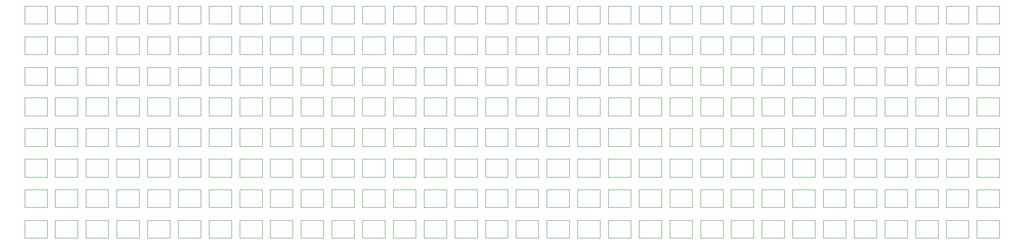
<source format=gbr>
G04 #@! TF.GenerationSoftware,KiCad,Pcbnew,(5.0.1-3-g963ef8bb5)*
G04 #@! TF.CreationDate,2019-06-17T09:36:16+02:00*
G04 #@! TF.ProjectId,cz19-badge,637A31392D62616467652E6B69636164,rev?*
G04 #@! TF.SameCoordinates,Original*
G04 #@! TF.FileFunction,Other,User*
%FSLAX46Y46*%
G04 Gerber Fmt 4.6, Leading zero omitted, Abs format (unit mm)*
G04 Created by KiCad (PCBNEW (5.0.1-3-g963ef8bb5)) date 2019 June 17, Monday 09:36:16*
%MOMM*%
%LPD*%
G01*
G04 APERTURE LIST*
%ADD10C,0.050000*%
G04 APERTURE END LIST*
D10*
G04 #@! TO.C,D1*
X54400000Y-70550000D02*
X54400000Y-74050000D01*
X54400000Y-74050000D02*
X58800000Y-74050000D01*
X58800000Y-74050000D02*
X58800000Y-70550000D01*
X58800000Y-70550000D02*
X54400000Y-70550000D01*
G04 #@! TO.C,D2*
X60400000Y-70550000D02*
X60400000Y-74050000D01*
X60400000Y-74050000D02*
X64800000Y-74050000D01*
X64800000Y-74050000D02*
X64800000Y-70550000D01*
X64800000Y-70550000D02*
X60400000Y-70550000D01*
G04 #@! TO.C,D3*
X66400000Y-70550000D02*
X66400000Y-74050000D01*
X66400000Y-74050000D02*
X70800000Y-74050000D01*
X70800000Y-74050000D02*
X70800000Y-70550000D01*
X70800000Y-70550000D02*
X66400000Y-70550000D01*
G04 #@! TO.C,D4*
X72400000Y-70550000D02*
X72400000Y-74050000D01*
X72400000Y-74050000D02*
X76800000Y-74050000D01*
X76800000Y-74050000D02*
X76800000Y-70550000D01*
X76800000Y-70550000D02*
X72400000Y-70550000D01*
G04 #@! TO.C,D5*
X78400000Y-70550000D02*
X78400000Y-74050000D01*
X78400000Y-74050000D02*
X82800000Y-74050000D01*
X82800000Y-74050000D02*
X82800000Y-70550000D01*
X82800000Y-70550000D02*
X78400000Y-70550000D01*
G04 #@! TO.C,D6*
X84400000Y-70550000D02*
X84400000Y-74050000D01*
X84400000Y-74050000D02*
X88800000Y-74050000D01*
X88800000Y-74050000D02*
X88800000Y-70550000D01*
X88800000Y-70550000D02*
X84400000Y-70550000D01*
G04 #@! TO.C,D7*
X90400000Y-70550000D02*
X90400000Y-74050000D01*
X90400000Y-74050000D02*
X94800000Y-74050000D01*
X94800000Y-74050000D02*
X94800000Y-70550000D01*
X94800000Y-70550000D02*
X90400000Y-70550000D01*
G04 #@! TO.C,D8*
X96400000Y-70550000D02*
X96400000Y-74050000D01*
X96400000Y-74050000D02*
X100800000Y-74050000D01*
X100800000Y-74050000D02*
X100800000Y-70550000D01*
X100800000Y-70550000D02*
X96400000Y-70550000D01*
G04 #@! TO.C,D9*
X102400000Y-70550000D02*
X102400000Y-74050000D01*
X102400000Y-74050000D02*
X106800000Y-74050000D01*
X106800000Y-74050000D02*
X106800000Y-70550000D01*
X106800000Y-70550000D02*
X102400000Y-70550000D01*
G04 #@! TO.C,D10*
X108400000Y-70550000D02*
X108400000Y-74050000D01*
X108400000Y-74050000D02*
X112800000Y-74050000D01*
X112800000Y-74050000D02*
X112800000Y-70550000D01*
X112800000Y-70550000D02*
X108400000Y-70550000D01*
G04 #@! TO.C,D11*
X114400000Y-70550000D02*
X114400000Y-74050000D01*
X114400000Y-74050000D02*
X118800000Y-74050000D01*
X118800000Y-74050000D02*
X118800000Y-70550000D01*
X118800000Y-70550000D02*
X114400000Y-70550000D01*
G04 #@! TO.C,D12*
X120400000Y-70550000D02*
X120400000Y-74050000D01*
X120400000Y-74050000D02*
X124800000Y-74050000D01*
X124800000Y-74050000D02*
X124800000Y-70550000D01*
X124800000Y-70550000D02*
X120400000Y-70550000D01*
G04 #@! TO.C,D13*
X126400000Y-70550000D02*
X126400000Y-74050000D01*
X126400000Y-74050000D02*
X130800000Y-74050000D01*
X130800000Y-74050000D02*
X130800000Y-70550000D01*
X130800000Y-70550000D02*
X126400000Y-70550000D01*
G04 #@! TO.C,D14*
X132400000Y-70550000D02*
X132400000Y-74050000D01*
X132400000Y-74050000D02*
X136800000Y-74050000D01*
X136800000Y-74050000D02*
X136800000Y-70550000D01*
X136800000Y-70550000D02*
X132400000Y-70550000D01*
G04 #@! TO.C,D15*
X138400000Y-70550000D02*
X138400000Y-74050000D01*
X138400000Y-74050000D02*
X142800000Y-74050000D01*
X142800000Y-74050000D02*
X142800000Y-70550000D01*
X142800000Y-70550000D02*
X138400000Y-70550000D01*
G04 #@! TO.C,D16*
X144400000Y-70550000D02*
X144400000Y-74050000D01*
X144400000Y-74050000D02*
X148800000Y-74050000D01*
X148800000Y-74050000D02*
X148800000Y-70550000D01*
X148800000Y-70550000D02*
X144400000Y-70550000D01*
G04 #@! TO.C,D17*
X150400000Y-70550000D02*
X150400000Y-74050000D01*
X150400000Y-74050000D02*
X154800000Y-74050000D01*
X154800000Y-74050000D02*
X154800000Y-70550000D01*
X154800000Y-70550000D02*
X150400000Y-70550000D01*
G04 #@! TO.C,D18*
X156400000Y-70550000D02*
X156400000Y-74050000D01*
X156400000Y-74050000D02*
X160800000Y-74050000D01*
X160800000Y-74050000D02*
X160800000Y-70550000D01*
X160800000Y-70550000D02*
X156400000Y-70550000D01*
G04 #@! TO.C,D19*
X162400000Y-70550000D02*
X162400000Y-74050000D01*
X162400000Y-74050000D02*
X166800000Y-74050000D01*
X166800000Y-74050000D02*
X166800000Y-70550000D01*
X166800000Y-70550000D02*
X162400000Y-70550000D01*
G04 #@! TO.C,D20*
X168400000Y-70550000D02*
X168400000Y-74050000D01*
X168400000Y-74050000D02*
X172800000Y-74050000D01*
X172800000Y-74050000D02*
X172800000Y-70550000D01*
X172800000Y-70550000D02*
X168400000Y-70550000D01*
G04 #@! TO.C,D21*
X174400000Y-70550000D02*
X174400000Y-74050000D01*
X174400000Y-74050000D02*
X178800000Y-74050000D01*
X178800000Y-74050000D02*
X178800000Y-70550000D01*
X178800000Y-70550000D02*
X174400000Y-70550000D01*
G04 #@! TO.C,D22*
X180400000Y-70550000D02*
X180400000Y-74050000D01*
X180400000Y-74050000D02*
X184800000Y-74050000D01*
X184800000Y-74050000D02*
X184800000Y-70550000D01*
X184800000Y-70550000D02*
X180400000Y-70550000D01*
G04 #@! TO.C,D23*
X186400000Y-70550000D02*
X186400000Y-74050000D01*
X186400000Y-74050000D02*
X190800000Y-74050000D01*
X190800000Y-74050000D02*
X190800000Y-70550000D01*
X190800000Y-70550000D02*
X186400000Y-70550000D01*
G04 #@! TO.C,D24*
X192400000Y-70550000D02*
X192400000Y-74050000D01*
X192400000Y-74050000D02*
X196800000Y-74050000D01*
X196800000Y-74050000D02*
X196800000Y-70550000D01*
X196800000Y-70550000D02*
X192400000Y-70550000D01*
G04 #@! TO.C,D25*
X198400000Y-70550000D02*
X198400000Y-74050000D01*
X198400000Y-74050000D02*
X202800000Y-74050000D01*
X202800000Y-74050000D02*
X202800000Y-70550000D01*
X202800000Y-70550000D02*
X198400000Y-70550000D01*
G04 #@! TO.C,D26*
X204400000Y-70550000D02*
X204400000Y-74050000D01*
X204400000Y-74050000D02*
X208800000Y-74050000D01*
X208800000Y-74050000D02*
X208800000Y-70550000D01*
X208800000Y-70550000D02*
X204400000Y-70550000D01*
G04 #@! TO.C,D27*
X210400000Y-70550000D02*
X210400000Y-74050000D01*
X210400000Y-74050000D02*
X214800000Y-74050000D01*
X214800000Y-74050000D02*
X214800000Y-70550000D01*
X214800000Y-70550000D02*
X210400000Y-70550000D01*
G04 #@! TO.C,D28*
X216400000Y-70550000D02*
X216400000Y-74050000D01*
X216400000Y-74050000D02*
X220800000Y-74050000D01*
X220800000Y-74050000D02*
X220800000Y-70550000D01*
X220800000Y-70550000D02*
X216400000Y-70550000D01*
G04 #@! TO.C,D29*
X222400000Y-70550000D02*
X222400000Y-74050000D01*
X222400000Y-74050000D02*
X226800000Y-74050000D01*
X226800000Y-74050000D02*
X226800000Y-70550000D01*
X226800000Y-70550000D02*
X222400000Y-70550000D01*
G04 #@! TO.C,D30*
X228400000Y-70550000D02*
X228400000Y-74050000D01*
X228400000Y-74050000D02*
X232800000Y-74050000D01*
X232800000Y-74050000D02*
X232800000Y-70550000D01*
X232800000Y-70550000D02*
X228400000Y-70550000D01*
G04 #@! TO.C,D31*
X234400000Y-70550000D02*
X234400000Y-74050000D01*
X234400000Y-74050000D02*
X238800000Y-74050000D01*
X238800000Y-74050000D02*
X238800000Y-70550000D01*
X238800000Y-70550000D02*
X234400000Y-70550000D01*
G04 #@! TO.C,D32*
X240400000Y-70550000D02*
X240400000Y-74050000D01*
X240400000Y-74050000D02*
X244800000Y-74050000D01*
X244800000Y-74050000D02*
X244800000Y-70550000D01*
X244800000Y-70550000D02*
X240400000Y-70550000D01*
G04 #@! TO.C,D33*
X58800000Y-76550000D02*
X54400000Y-76550000D01*
X58800000Y-80050000D02*
X58800000Y-76550000D01*
X54400000Y-80050000D02*
X58800000Y-80050000D01*
X54400000Y-76550000D02*
X54400000Y-80050000D01*
G04 #@! TO.C,D34*
X64800000Y-76550000D02*
X60400000Y-76550000D01*
X64800000Y-80050000D02*
X64800000Y-76550000D01*
X60400000Y-80050000D02*
X64800000Y-80050000D01*
X60400000Y-76550000D02*
X60400000Y-80050000D01*
G04 #@! TO.C,D35*
X70800000Y-76550000D02*
X66400000Y-76550000D01*
X70800000Y-80050000D02*
X70800000Y-76550000D01*
X66400000Y-80050000D02*
X70800000Y-80050000D01*
X66400000Y-76550000D02*
X66400000Y-80050000D01*
G04 #@! TO.C,D36*
X76800000Y-76550000D02*
X72400000Y-76550000D01*
X76800000Y-80050000D02*
X76800000Y-76550000D01*
X72400000Y-80050000D02*
X76800000Y-80050000D01*
X72400000Y-76550000D02*
X72400000Y-80050000D01*
G04 #@! TO.C,D37*
X82800000Y-76550000D02*
X78400000Y-76550000D01*
X82800000Y-80050000D02*
X82800000Y-76550000D01*
X78400000Y-80050000D02*
X82800000Y-80050000D01*
X78400000Y-76550000D02*
X78400000Y-80050000D01*
G04 #@! TO.C,D38*
X88800000Y-76550000D02*
X84400000Y-76550000D01*
X88800000Y-80050000D02*
X88800000Y-76550000D01*
X84400000Y-80050000D02*
X88800000Y-80050000D01*
X84400000Y-76550000D02*
X84400000Y-80050000D01*
G04 #@! TO.C,D39*
X94800000Y-76550000D02*
X90400000Y-76550000D01*
X94800000Y-80050000D02*
X94800000Y-76550000D01*
X90400000Y-80050000D02*
X94800000Y-80050000D01*
X90400000Y-76550000D02*
X90400000Y-80050000D01*
G04 #@! TO.C,D40*
X100800000Y-76550000D02*
X96400000Y-76550000D01*
X100800000Y-80050000D02*
X100800000Y-76550000D01*
X96400000Y-80050000D02*
X100800000Y-80050000D01*
X96400000Y-76550000D02*
X96400000Y-80050000D01*
G04 #@! TO.C,D41*
X106800000Y-76550000D02*
X102400000Y-76550000D01*
X106800000Y-80050000D02*
X106800000Y-76550000D01*
X102400000Y-80050000D02*
X106800000Y-80050000D01*
X102400000Y-76550000D02*
X102400000Y-80050000D01*
G04 #@! TO.C,D42*
X112800000Y-76550000D02*
X108400000Y-76550000D01*
X112800000Y-80050000D02*
X112800000Y-76550000D01*
X108400000Y-80050000D02*
X112800000Y-80050000D01*
X108400000Y-76550000D02*
X108400000Y-80050000D01*
G04 #@! TO.C,D43*
X118800000Y-76550000D02*
X114400000Y-76550000D01*
X118800000Y-80050000D02*
X118800000Y-76550000D01*
X114400000Y-80050000D02*
X118800000Y-80050000D01*
X114400000Y-76550000D02*
X114400000Y-80050000D01*
G04 #@! TO.C,D44*
X124800000Y-76550000D02*
X120400000Y-76550000D01*
X124800000Y-80050000D02*
X124800000Y-76550000D01*
X120400000Y-80050000D02*
X124800000Y-80050000D01*
X120400000Y-76550000D02*
X120400000Y-80050000D01*
G04 #@! TO.C,D45*
X130800000Y-76550000D02*
X126400000Y-76550000D01*
X130800000Y-80050000D02*
X130800000Y-76550000D01*
X126400000Y-80050000D02*
X130800000Y-80050000D01*
X126400000Y-76550000D02*
X126400000Y-80050000D01*
G04 #@! TO.C,D46*
X136800000Y-76550000D02*
X132400000Y-76550000D01*
X136800000Y-80050000D02*
X136800000Y-76550000D01*
X132400000Y-80050000D02*
X136800000Y-80050000D01*
X132400000Y-76550000D02*
X132400000Y-80050000D01*
G04 #@! TO.C,D47*
X142800000Y-76550000D02*
X138400000Y-76550000D01*
X142800000Y-80050000D02*
X142800000Y-76550000D01*
X138400000Y-80050000D02*
X142800000Y-80050000D01*
X138400000Y-76550000D02*
X138400000Y-80050000D01*
G04 #@! TO.C,D48*
X148800000Y-76550000D02*
X144400000Y-76550000D01*
X148800000Y-80050000D02*
X148800000Y-76550000D01*
X144400000Y-80050000D02*
X148800000Y-80050000D01*
X144400000Y-76550000D02*
X144400000Y-80050000D01*
G04 #@! TO.C,D49*
X154800000Y-76550000D02*
X150400000Y-76550000D01*
X154800000Y-80050000D02*
X154800000Y-76550000D01*
X150400000Y-80050000D02*
X154800000Y-80050000D01*
X150400000Y-76550000D02*
X150400000Y-80050000D01*
G04 #@! TO.C,D50*
X160800000Y-76550000D02*
X156400000Y-76550000D01*
X160800000Y-80050000D02*
X160800000Y-76550000D01*
X156400000Y-80050000D02*
X160800000Y-80050000D01*
X156400000Y-76550000D02*
X156400000Y-80050000D01*
G04 #@! TO.C,D51*
X166800000Y-76550000D02*
X162400000Y-76550000D01*
X166800000Y-80050000D02*
X166800000Y-76550000D01*
X162400000Y-80050000D02*
X166800000Y-80050000D01*
X162400000Y-76550000D02*
X162400000Y-80050000D01*
G04 #@! TO.C,D52*
X172800000Y-76550000D02*
X168400000Y-76550000D01*
X172800000Y-80050000D02*
X172800000Y-76550000D01*
X168400000Y-80050000D02*
X172800000Y-80050000D01*
X168400000Y-76550000D02*
X168400000Y-80050000D01*
G04 #@! TO.C,D53*
X178800000Y-76550000D02*
X174400000Y-76550000D01*
X178800000Y-80050000D02*
X178800000Y-76550000D01*
X174400000Y-80050000D02*
X178800000Y-80050000D01*
X174400000Y-76550000D02*
X174400000Y-80050000D01*
G04 #@! TO.C,D54*
X184800000Y-76550000D02*
X180400000Y-76550000D01*
X184800000Y-80050000D02*
X184800000Y-76550000D01*
X180400000Y-80050000D02*
X184800000Y-80050000D01*
X180400000Y-76550000D02*
X180400000Y-80050000D01*
G04 #@! TO.C,D55*
X190800000Y-76550000D02*
X186400000Y-76550000D01*
X190800000Y-80050000D02*
X190800000Y-76550000D01*
X186400000Y-80050000D02*
X190800000Y-80050000D01*
X186400000Y-76550000D02*
X186400000Y-80050000D01*
G04 #@! TO.C,D56*
X196800000Y-76550000D02*
X192400000Y-76550000D01*
X196800000Y-80050000D02*
X196800000Y-76550000D01*
X192400000Y-80050000D02*
X196800000Y-80050000D01*
X192400000Y-76550000D02*
X192400000Y-80050000D01*
G04 #@! TO.C,D57*
X202800000Y-76550000D02*
X198400000Y-76550000D01*
X202800000Y-80050000D02*
X202800000Y-76550000D01*
X198400000Y-80050000D02*
X202800000Y-80050000D01*
X198400000Y-76550000D02*
X198400000Y-80050000D01*
G04 #@! TO.C,D58*
X208800000Y-76550000D02*
X204400000Y-76550000D01*
X208800000Y-80050000D02*
X208800000Y-76550000D01*
X204400000Y-80050000D02*
X208800000Y-80050000D01*
X204400000Y-76550000D02*
X204400000Y-80050000D01*
G04 #@! TO.C,D59*
X214800000Y-76550000D02*
X210400000Y-76550000D01*
X214800000Y-80050000D02*
X214800000Y-76550000D01*
X210400000Y-80050000D02*
X214800000Y-80050000D01*
X210400000Y-76550000D02*
X210400000Y-80050000D01*
G04 #@! TO.C,D60*
X220800000Y-76550000D02*
X216400000Y-76550000D01*
X220800000Y-80050000D02*
X220800000Y-76550000D01*
X216400000Y-80050000D02*
X220800000Y-80050000D01*
X216400000Y-76550000D02*
X216400000Y-80050000D01*
G04 #@! TO.C,D61*
X226800000Y-76550000D02*
X222400000Y-76550000D01*
X226800000Y-80050000D02*
X226800000Y-76550000D01*
X222400000Y-80050000D02*
X226800000Y-80050000D01*
X222400000Y-76550000D02*
X222400000Y-80050000D01*
G04 #@! TO.C,D62*
X232800000Y-76550000D02*
X228400000Y-76550000D01*
X232800000Y-80050000D02*
X232800000Y-76550000D01*
X228400000Y-80050000D02*
X232800000Y-80050000D01*
X228400000Y-76550000D02*
X228400000Y-80050000D01*
G04 #@! TO.C,D63*
X238800000Y-76550000D02*
X234400000Y-76550000D01*
X238800000Y-80050000D02*
X238800000Y-76550000D01*
X234400000Y-80050000D02*
X238800000Y-80050000D01*
X234400000Y-76550000D02*
X234400000Y-80050000D01*
G04 #@! TO.C,D64*
X244800000Y-76550000D02*
X240400000Y-76550000D01*
X244800000Y-80050000D02*
X244800000Y-76550000D01*
X240400000Y-80050000D02*
X244800000Y-80050000D01*
X240400000Y-76550000D02*
X240400000Y-80050000D01*
G04 #@! TO.C,D65*
X54400000Y-82550000D02*
X54400000Y-86050000D01*
X54400000Y-86050000D02*
X58800000Y-86050000D01*
X58800000Y-86050000D02*
X58800000Y-82550000D01*
X58800000Y-82550000D02*
X54400000Y-82550000D01*
G04 #@! TO.C,D66*
X60400000Y-82550000D02*
X60400000Y-86050000D01*
X60400000Y-86050000D02*
X64800000Y-86050000D01*
X64800000Y-86050000D02*
X64800000Y-82550000D01*
X64800000Y-82550000D02*
X60400000Y-82550000D01*
G04 #@! TO.C,D67*
X66400000Y-82550000D02*
X66400000Y-86050000D01*
X66400000Y-86050000D02*
X70800000Y-86050000D01*
X70800000Y-86050000D02*
X70800000Y-82550000D01*
X70800000Y-82550000D02*
X66400000Y-82550000D01*
G04 #@! TO.C,D68*
X72400000Y-82550000D02*
X72400000Y-86050000D01*
X72400000Y-86050000D02*
X76800000Y-86050000D01*
X76800000Y-86050000D02*
X76800000Y-82550000D01*
X76800000Y-82550000D02*
X72400000Y-82550000D01*
G04 #@! TO.C,D69*
X78400000Y-82550000D02*
X78400000Y-86050000D01*
X78400000Y-86050000D02*
X82800000Y-86050000D01*
X82800000Y-86050000D02*
X82800000Y-82550000D01*
X82800000Y-82550000D02*
X78400000Y-82550000D01*
G04 #@! TO.C,D70*
X84400000Y-82550000D02*
X84400000Y-86050000D01*
X84400000Y-86050000D02*
X88800000Y-86050000D01*
X88800000Y-86050000D02*
X88800000Y-82550000D01*
X88800000Y-82550000D02*
X84400000Y-82550000D01*
G04 #@! TO.C,D71*
X90400000Y-82550000D02*
X90400000Y-86050000D01*
X90400000Y-86050000D02*
X94800000Y-86050000D01*
X94800000Y-86050000D02*
X94800000Y-82550000D01*
X94800000Y-82550000D02*
X90400000Y-82550000D01*
G04 #@! TO.C,D72*
X96400000Y-82550000D02*
X96400000Y-86050000D01*
X96400000Y-86050000D02*
X100800000Y-86050000D01*
X100800000Y-86050000D02*
X100800000Y-82550000D01*
X100800000Y-82550000D02*
X96400000Y-82550000D01*
G04 #@! TO.C,D73*
X102400000Y-82550000D02*
X102400000Y-86050000D01*
X102400000Y-86050000D02*
X106800000Y-86050000D01*
X106800000Y-86050000D02*
X106800000Y-82550000D01*
X106800000Y-82550000D02*
X102400000Y-82550000D01*
G04 #@! TO.C,D74*
X108400000Y-82550000D02*
X108400000Y-86050000D01*
X108400000Y-86050000D02*
X112800000Y-86050000D01*
X112800000Y-86050000D02*
X112800000Y-82550000D01*
X112800000Y-82550000D02*
X108400000Y-82550000D01*
G04 #@! TO.C,D75*
X114400000Y-82550000D02*
X114400000Y-86050000D01*
X114400000Y-86050000D02*
X118800000Y-86050000D01*
X118800000Y-86050000D02*
X118800000Y-82550000D01*
X118800000Y-82550000D02*
X114400000Y-82550000D01*
G04 #@! TO.C,D76*
X120400000Y-82550000D02*
X120400000Y-86050000D01*
X120400000Y-86050000D02*
X124800000Y-86050000D01*
X124800000Y-86050000D02*
X124800000Y-82550000D01*
X124800000Y-82550000D02*
X120400000Y-82550000D01*
G04 #@! TO.C,D77*
X126400000Y-82550000D02*
X126400000Y-86050000D01*
X126400000Y-86050000D02*
X130800000Y-86050000D01*
X130800000Y-86050000D02*
X130800000Y-82550000D01*
X130800000Y-82550000D02*
X126400000Y-82550000D01*
G04 #@! TO.C,D78*
X132400000Y-82550000D02*
X132400000Y-86050000D01*
X132400000Y-86050000D02*
X136800000Y-86050000D01*
X136800000Y-86050000D02*
X136800000Y-82550000D01*
X136800000Y-82550000D02*
X132400000Y-82550000D01*
G04 #@! TO.C,D79*
X138400000Y-82550000D02*
X138400000Y-86050000D01*
X138400000Y-86050000D02*
X142800000Y-86050000D01*
X142800000Y-86050000D02*
X142800000Y-82550000D01*
X142800000Y-82550000D02*
X138400000Y-82550000D01*
G04 #@! TO.C,D80*
X144400000Y-82550000D02*
X144400000Y-86050000D01*
X144400000Y-86050000D02*
X148800000Y-86050000D01*
X148800000Y-86050000D02*
X148800000Y-82550000D01*
X148800000Y-82550000D02*
X144400000Y-82550000D01*
G04 #@! TO.C,D81*
X150400000Y-82550000D02*
X150400000Y-86050000D01*
X150400000Y-86050000D02*
X154800000Y-86050000D01*
X154800000Y-86050000D02*
X154800000Y-82550000D01*
X154800000Y-82550000D02*
X150400000Y-82550000D01*
G04 #@! TO.C,D82*
X156400000Y-82550000D02*
X156400000Y-86050000D01*
X156400000Y-86050000D02*
X160800000Y-86050000D01*
X160800000Y-86050000D02*
X160800000Y-82550000D01*
X160800000Y-82550000D02*
X156400000Y-82550000D01*
G04 #@! TO.C,D83*
X162400000Y-82550000D02*
X162400000Y-86050000D01*
X162400000Y-86050000D02*
X166800000Y-86050000D01*
X166800000Y-86050000D02*
X166800000Y-82550000D01*
X166800000Y-82550000D02*
X162400000Y-82550000D01*
G04 #@! TO.C,D84*
X168400000Y-82550000D02*
X168400000Y-86050000D01*
X168400000Y-86050000D02*
X172800000Y-86050000D01*
X172800000Y-86050000D02*
X172800000Y-82550000D01*
X172800000Y-82550000D02*
X168400000Y-82550000D01*
G04 #@! TO.C,D85*
X174400000Y-82550000D02*
X174400000Y-86050000D01*
X174400000Y-86050000D02*
X178800000Y-86050000D01*
X178800000Y-86050000D02*
X178800000Y-82550000D01*
X178800000Y-82550000D02*
X174400000Y-82550000D01*
G04 #@! TO.C,D86*
X180400000Y-82550000D02*
X180400000Y-86050000D01*
X180400000Y-86050000D02*
X184800000Y-86050000D01*
X184800000Y-86050000D02*
X184800000Y-82550000D01*
X184800000Y-82550000D02*
X180400000Y-82550000D01*
G04 #@! TO.C,D87*
X186400000Y-82550000D02*
X186400000Y-86050000D01*
X186400000Y-86050000D02*
X190800000Y-86050000D01*
X190800000Y-86050000D02*
X190800000Y-82550000D01*
X190800000Y-82550000D02*
X186400000Y-82550000D01*
G04 #@! TO.C,D88*
X192400000Y-82550000D02*
X192400000Y-86050000D01*
X192400000Y-86050000D02*
X196800000Y-86050000D01*
X196800000Y-86050000D02*
X196800000Y-82550000D01*
X196800000Y-82550000D02*
X192400000Y-82550000D01*
G04 #@! TO.C,D89*
X198400000Y-82550000D02*
X198400000Y-86050000D01*
X198400000Y-86050000D02*
X202800000Y-86050000D01*
X202800000Y-86050000D02*
X202800000Y-82550000D01*
X202800000Y-82550000D02*
X198400000Y-82550000D01*
G04 #@! TO.C,D90*
X204400000Y-82550000D02*
X204400000Y-86050000D01*
X204400000Y-86050000D02*
X208800000Y-86050000D01*
X208800000Y-86050000D02*
X208800000Y-82550000D01*
X208800000Y-82550000D02*
X204400000Y-82550000D01*
G04 #@! TO.C,D91*
X210400000Y-82550000D02*
X210400000Y-86050000D01*
X210400000Y-86050000D02*
X214800000Y-86050000D01*
X214800000Y-86050000D02*
X214800000Y-82550000D01*
X214800000Y-82550000D02*
X210400000Y-82550000D01*
G04 #@! TO.C,D92*
X216400000Y-82550000D02*
X216400000Y-86050000D01*
X216400000Y-86050000D02*
X220800000Y-86050000D01*
X220800000Y-86050000D02*
X220800000Y-82550000D01*
X220800000Y-82550000D02*
X216400000Y-82550000D01*
G04 #@! TO.C,D93*
X222400000Y-82550000D02*
X222400000Y-86050000D01*
X222400000Y-86050000D02*
X226800000Y-86050000D01*
X226800000Y-86050000D02*
X226800000Y-82550000D01*
X226800000Y-82550000D02*
X222400000Y-82550000D01*
G04 #@! TO.C,D94*
X228400000Y-82550000D02*
X228400000Y-86050000D01*
X228400000Y-86050000D02*
X232800000Y-86050000D01*
X232800000Y-86050000D02*
X232800000Y-82550000D01*
X232800000Y-82550000D02*
X228400000Y-82550000D01*
G04 #@! TO.C,D95*
X234400000Y-82550000D02*
X234400000Y-86050000D01*
X234400000Y-86050000D02*
X238800000Y-86050000D01*
X238800000Y-86050000D02*
X238800000Y-82550000D01*
X238800000Y-82550000D02*
X234400000Y-82550000D01*
G04 #@! TO.C,D96*
X244800000Y-82550000D02*
X240400000Y-82550000D01*
X244800000Y-86050000D02*
X244800000Y-82550000D01*
X240400000Y-86050000D02*
X244800000Y-86050000D01*
X240400000Y-82550000D02*
X240400000Y-86050000D01*
G04 #@! TO.C,D97*
X58800000Y-88550000D02*
X54400000Y-88550000D01*
X58800000Y-92050000D02*
X58800000Y-88550000D01*
X54400000Y-92050000D02*
X58800000Y-92050000D01*
X54400000Y-88550000D02*
X54400000Y-92050000D01*
G04 #@! TO.C,D98*
X64800000Y-88550000D02*
X60400000Y-88550000D01*
X64800000Y-92050000D02*
X64800000Y-88550000D01*
X60400000Y-92050000D02*
X64800000Y-92050000D01*
X60400000Y-88550000D02*
X60400000Y-92050000D01*
G04 #@! TO.C,D99*
X70800000Y-88550000D02*
X66400000Y-88550000D01*
X70800000Y-92050000D02*
X70800000Y-88550000D01*
X66400000Y-92050000D02*
X70800000Y-92050000D01*
X66400000Y-88550000D02*
X66400000Y-92050000D01*
G04 #@! TO.C,D100*
X76800000Y-88550000D02*
X72400000Y-88550000D01*
X76800000Y-92050000D02*
X76800000Y-88550000D01*
X72400000Y-92050000D02*
X76800000Y-92050000D01*
X72400000Y-88550000D02*
X72400000Y-92050000D01*
G04 #@! TO.C,D101*
X82800000Y-88550000D02*
X78400000Y-88550000D01*
X82800000Y-92050000D02*
X82800000Y-88550000D01*
X78400000Y-92050000D02*
X82800000Y-92050000D01*
X78400000Y-88550000D02*
X78400000Y-92050000D01*
G04 #@! TO.C,D102*
X88800000Y-88550000D02*
X84400000Y-88550000D01*
X88800000Y-92050000D02*
X88800000Y-88550000D01*
X84400000Y-92050000D02*
X88800000Y-92050000D01*
X84400000Y-88550000D02*
X84400000Y-92050000D01*
G04 #@! TO.C,D103*
X94800000Y-88550000D02*
X90400000Y-88550000D01*
X94800000Y-92050000D02*
X94800000Y-88550000D01*
X90400000Y-92050000D02*
X94800000Y-92050000D01*
X90400000Y-88550000D02*
X90400000Y-92050000D01*
G04 #@! TO.C,D104*
X100800000Y-88550000D02*
X96400000Y-88550000D01*
X100800000Y-92050000D02*
X100800000Y-88550000D01*
X96400000Y-92050000D02*
X100800000Y-92050000D01*
X96400000Y-88550000D02*
X96400000Y-92050000D01*
G04 #@! TO.C,D105*
X106800000Y-88550000D02*
X102400000Y-88550000D01*
X106800000Y-92050000D02*
X106800000Y-88550000D01*
X102400000Y-92050000D02*
X106800000Y-92050000D01*
X102400000Y-88550000D02*
X102400000Y-92050000D01*
G04 #@! TO.C,D106*
X112800000Y-88550000D02*
X108400000Y-88550000D01*
X112800000Y-92050000D02*
X112800000Y-88550000D01*
X108400000Y-92050000D02*
X112800000Y-92050000D01*
X108400000Y-88550000D02*
X108400000Y-92050000D01*
G04 #@! TO.C,D107*
X118800000Y-88550000D02*
X114400000Y-88550000D01*
X118800000Y-92050000D02*
X118800000Y-88550000D01*
X114400000Y-92050000D02*
X118800000Y-92050000D01*
X114400000Y-88550000D02*
X114400000Y-92050000D01*
G04 #@! TO.C,D108*
X124800000Y-88550000D02*
X120400000Y-88550000D01*
X124800000Y-92050000D02*
X124800000Y-88550000D01*
X120400000Y-92050000D02*
X124800000Y-92050000D01*
X120400000Y-88550000D02*
X120400000Y-92050000D01*
G04 #@! TO.C,D109*
X130800000Y-88550000D02*
X126400000Y-88550000D01*
X130800000Y-92050000D02*
X130800000Y-88550000D01*
X126400000Y-92050000D02*
X130800000Y-92050000D01*
X126400000Y-88550000D02*
X126400000Y-92050000D01*
G04 #@! TO.C,D110*
X132400000Y-88550000D02*
X132400000Y-92050000D01*
X132400000Y-92050000D02*
X136800000Y-92050000D01*
X136800000Y-92050000D02*
X136800000Y-88550000D01*
X136800000Y-88550000D02*
X132400000Y-88550000D01*
G04 #@! TO.C,D111*
X142800000Y-88550000D02*
X138400000Y-88550000D01*
X142800000Y-92050000D02*
X142800000Y-88550000D01*
X138400000Y-92050000D02*
X142800000Y-92050000D01*
X138400000Y-88550000D02*
X138400000Y-92050000D01*
G04 #@! TO.C,D112*
X148800000Y-88550000D02*
X144400000Y-88550000D01*
X148800000Y-92050000D02*
X148800000Y-88550000D01*
X144400000Y-92050000D02*
X148800000Y-92050000D01*
X144400000Y-88550000D02*
X144400000Y-92050000D01*
G04 #@! TO.C,D113*
X154800000Y-88550000D02*
X150400000Y-88550000D01*
X154800000Y-92050000D02*
X154800000Y-88550000D01*
X150400000Y-92050000D02*
X154800000Y-92050000D01*
X150400000Y-88550000D02*
X150400000Y-92050000D01*
G04 #@! TO.C,D114*
X160800000Y-88550000D02*
X156400000Y-88550000D01*
X160800000Y-92050000D02*
X160800000Y-88550000D01*
X156400000Y-92050000D02*
X160800000Y-92050000D01*
X156400000Y-88550000D02*
X156400000Y-92050000D01*
G04 #@! TO.C,D115*
X166800000Y-88550000D02*
X162400000Y-88550000D01*
X166800000Y-92050000D02*
X166800000Y-88550000D01*
X162400000Y-92050000D02*
X166800000Y-92050000D01*
X162400000Y-88550000D02*
X162400000Y-92050000D01*
G04 #@! TO.C,D116*
X172800000Y-88550000D02*
X168400000Y-88550000D01*
X172800000Y-92050000D02*
X172800000Y-88550000D01*
X168400000Y-92050000D02*
X172800000Y-92050000D01*
X168400000Y-88550000D02*
X168400000Y-92050000D01*
G04 #@! TO.C,D117*
X178800000Y-88550000D02*
X174400000Y-88550000D01*
X178800000Y-92050000D02*
X178800000Y-88550000D01*
X174400000Y-92050000D02*
X178800000Y-92050000D01*
X174400000Y-88550000D02*
X174400000Y-92050000D01*
G04 #@! TO.C,D118*
X184800000Y-88550000D02*
X180400000Y-88550000D01*
X184800000Y-92050000D02*
X184800000Y-88550000D01*
X180400000Y-92050000D02*
X184800000Y-92050000D01*
X180400000Y-88550000D02*
X180400000Y-92050000D01*
G04 #@! TO.C,D119*
X190800000Y-88550000D02*
X186400000Y-88550000D01*
X190800000Y-92050000D02*
X190800000Y-88550000D01*
X186400000Y-92050000D02*
X190800000Y-92050000D01*
X186400000Y-88550000D02*
X186400000Y-92050000D01*
G04 #@! TO.C,D120*
X196800000Y-88550000D02*
X192400000Y-88550000D01*
X196800000Y-92050000D02*
X196800000Y-88550000D01*
X192400000Y-92050000D02*
X196800000Y-92050000D01*
X192400000Y-88550000D02*
X192400000Y-92050000D01*
G04 #@! TO.C,D121*
X202800000Y-88550000D02*
X198400000Y-88550000D01*
X202800000Y-92050000D02*
X202800000Y-88550000D01*
X198400000Y-92050000D02*
X202800000Y-92050000D01*
X198400000Y-88550000D02*
X198400000Y-92050000D01*
G04 #@! TO.C,D122*
X208800000Y-88550000D02*
X204400000Y-88550000D01*
X208800000Y-92050000D02*
X208800000Y-88550000D01*
X204400000Y-92050000D02*
X208800000Y-92050000D01*
X204400000Y-88550000D02*
X204400000Y-92050000D01*
G04 #@! TO.C,D123*
X214800000Y-88550000D02*
X210400000Y-88550000D01*
X214800000Y-92050000D02*
X214800000Y-88550000D01*
X210400000Y-92050000D02*
X214800000Y-92050000D01*
X210400000Y-88550000D02*
X210400000Y-92050000D01*
G04 #@! TO.C,D124*
X220800000Y-88550000D02*
X216400000Y-88550000D01*
X220800000Y-92050000D02*
X220800000Y-88550000D01*
X216400000Y-92050000D02*
X220800000Y-92050000D01*
X216400000Y-88550000D02*
X216400000Y-92050000D01*
G04 #@! TO.C,D125*
X226800000Y-88550000D02*
X222400000Y-88550000D01*
X226800000Y-92050000D02*
X226800000Y-88550000D01*
X222400000Y-92050000D02*
X226800000Y-92050000D01*
X222400000Y-88550000D02*
X222400000Y-92050000D01*
G04 #@! TO.C,D126*
X232800000Y-88550000D02*
X228400000Y-88550000D01*
X232800000Y-92050000D02*
X232800000Y-88550000D01*
X228400000Y-92050000D02*
X232800000Y-92050000D01*
X228400000Y-88550000D02*
X228400000Y-92050000D01*
G04 #@! TO.C,D127*
X238800000Y-88550000D02*
X234400000Y-88550000D01*
X238800000Y-92050000D02*
X238800000Y-88550000D01*
X234400000Y-92050000D02*
X238800000Y-92050000D01*
X234400000Y-88550000D02*
X234400000Y-92050000D01*
G04 #@! TO.C,D128*
X240400000Y-88550000D02*
X240400000Y-92050000D01*
X240400000Y-92050000D02*
X244800000Y-92050000D01*
X244800000Y-92050000D02*
X244800000Y-88550000D01*
X244800000Y-88550000D02*
X240400000Y-88550000D01*
G04 #@! TO.C,D129*
X54400000Y-94550000D02*
X54400000Y-98050000D01*
X54400000Y-98050000D02*
X58800000Y-98050000D01*
X58800000Y-98050000D02*
X58800000Y-94550000D01*
X58800000Y-94550000D02*
X54400000Y-94550000D01*
G04 #@! TO.C,D130*
X60400000Y-94550000D02*
X60400000Y-98050000D01*
X60400000Y-98050000D02*
X64800000Y-98050000D01*
X64800000Y-98050000D02*
X64800000Y-94550000D01*
X64800000Y-94550000D02*
X60400000Y-94550000D01*
G04 #@! TO.C,D131*
X66400000Y-94550000D02*
X66400000Y-98050000D01*
X66400000Y-98050000D02*
X70800000Y-98050000D01*
X70800000Y-98050000D02*
X70800000Y-94550000D01*
X70800000Y-94550000D02*
X66400000Y-94550000D01*
G04 #@! TO.C,D132*
X72400000Y-94550000D02*
X72400000Y-98050000D01*
X72400000Y-98050000D02*
X76800000Y-98050000D01*
X76800000Y-98050000D02*
X76800000Y-94550000D01*
X76800000Y-94550000D02*
X72400000Y-94550000D01*
G04 #@! TO.C,D133*
X78400000Y-94550000D02*
X78400000Y-98050000D01*
X78400000Y-98050000D02*
X82800000Y-98050000D01*
X82800000Y-98050000D02*
X82800000Y-94550000D01*
X82800000Y-94550000D02*
X78400000Y-94550000D01*
G04 #@! TO.C,D134*
X84400000Y-94550000D02*
X84400000Y-98050000D01*
X84400000Y-98050000D02*
X88800000Y-98050000D01*
X88800000Y-98050000D02*
X88800000Y-94550000D01*
X88800000Y-94550000D02*
X84400000Y-94550000D01*
G04 #@! TO.C,D135*
X90400000Y-94550000D02*
X90400000Y-98050000D01*
X90400000Y-98050000D02*
X94800000Y-98050000D01*
X94800000Y-98050000D02*
X94800000Y-94550000D01*
X94800000Y-94550000D02*
X90400000Y-94550000D01*
G04 #@! TO.C,D136*
X96400000Y-94550000D02*
X96400000Y-98050000D01*
X96400000Y-98050000D02*
X100800000Y-98050000D01*
X100800000Y-98050000D02*
X100800000Y-94550000D01*
X100800000Y-94550000D02*
X96400000Y-94550000D01*
G04 #@! TO.C,D137*
X102400000Y-94550000D02*
X102400000Y-98050000D01*
X102400000Y-98050000D02*
X106800000Y-98050000D01*
X106800000Y-98050000D02*
X106800000Y-94550000D01*
X106800000Y-94550000D02*
X102400000Y-94550000D01*
G04 #@! TO.C,D138*
X108400000Y-94550000D02*
X108400000Y-98050000D01*
X108400000Y-98050000D02*
X112800000Y-98050000D01*
X112800000Y-98050000D02*
X112800000Y-94550000D01*
X112800000Y-94550000D02*
X108400000Y-94550000D01*
G04 #@! TO.C,D139*
X114400000Y-94550000D02*
X114400000Y-98050000D01*
X114400000Y-98050000D02*
X118800000Y-98050000D01*
X118800000Y-98050000D02*
X118800000Y-94550000D01*
X118800000Y-94550000D02*
X114400000Y-94550000D01*
G04 #@! TO.C,D140*
X120400000Y-94550000D02*
X120400000Y-98050000D01*
X120400000Y-98050000D02*
X124800000Y-98050000D01*
X124800000Y-98050000D02*
X124800000Y-94550000D01*
X124800000Y-94550000D02*
X120400000Y-94550000D01*
G04 #@! TO.C,D141*
X126400000Y-94550000D02*
X126400000Y-98050000D01*
X126400000Y-98050000D02*
X130800000Y-98050000D01*
X130800000Y-98050000D02*
X130800000Y-94550000D01*
X130800000Y-94550000D02*
X126400000Y-94550000D01*
G04 #@! TO.C,D142*
X132400000Y-94550000D02*
X132400000Y-98050000D01*
X132400000Y-98050000D02*
X136800000Y-98050000D01*
X136800000Y-98050000D02*
X136800000Y-94550000D01*
X136800000Y-94550000D02*
X132400000Y-94550000D01*
G04 #@! TO.C,D143*
X138400000Y-94550000D02*
X138400000Y-98050000D01*
X138400000Y-98050000D02*
X142800000Y-98050000D01*
X142800000Y-98050000D02*
X142800000Y-94550000D01*
X142800000Y-94550000D02*
X138400000Y-94550000D01*
G04 #@! TO.C,D144*
X144400000Y-94550000D02*
X144400000Y-98050000D01*
X144400000Y-98050000D02*
X148800000Y-98050000D01*
X148800000Y-98050000D02*
X148800000Y-94550000D01*
X148800000Y-94550000D02*
X144400000Y-94550000D01*
G04 #@! TO.C,D145*
X150400000Y-94550000D02*
X150400000Y-98050000D01*
X150400000Y-98050000D02*
X154800000Y-98050000D01*
X154800000Y-98050000D02*
X154800000Y-94550000D01*
X154800000Y-94550000D02*
X150400000Y-94550000D01*
G04 #@! TO.C,D146*
X156400000Y-94550000D02*
X156400000Y-98050000D01*
X156400000Y-98050000D02*
X160800000Y-98050000D01*
X160800000Y-98050000D02*
X160800000Y-94550000D01*
X160800000Y-94550000D02*
X156400000Y-94550000D01*
G04 #@! TO.C,D147*
X162400000Y-94550000D02*
X162400000Y-98050000D01*
X162400000Y-98050000D02*
X166800000Y-98050000D01*
X166800000Y-98050000D02*
X166800000Y-94550000D01*
X166800000Y-94550000D02*
X162400000Y-94550000D01*
G04 #@! TO.C,D148*
X168400000Y-94550000D02*
X168400000Y-98050000D01*
X168400000Y-98050000D02*
X172800000Y-98050000D01*
X172800000Y-98050000D02*
X172800000Y-94550000D01*
X172800000Y-94550000D02*
X168400000Y-94550000D01*
G04 #@! TO.C,D149*
X174400000Y-94550000D02*
X174400000Y-98050000D01*
X174400000Y-98050000D02*
X178800000Y-98050000D01*
X178800000Y-98050000D02*
X178800000Y-94550000D01*
X178800000Y-94550000D02*
X174400000Y-94550000D01*
G04 #@! TO.C,D150*
X180400000Y-94550000D02*
X180400000Y-98050000D01*
X180400000Y-98050000D02*
X184800000Y-98050000D01*
X184800000Y-98050000D02*
X184800000Y-94550000D01*
X184800000Y-94550000D02*
X180400000Y-94550000D01*
G04 #@! TO.C,D151*
X186400000Y-94550000D02*
X186400000Y-98050000D01*
X186400000Y-98050000D02*
X190800000Y-98050000D01*
X190800000Y-98050000D02*
X190800000Y-94550000D01*
X190800000Y-94550000D02*
X186400000Y-94550000D01*
G04 #@! TO.C,D152*
X192400000Y-94550000D02*
X192400000Y-98050000D01*
X192400000Y-98050000D02*
X196800000Y-98050000D01*
X196800000Y-98050000D02*
X196800000Y-94550000D01*
X196800000Y-94550000D02*
X192400000Y-94550000D01*
G04 #@! TO.C,D153*
X198400000Y-94550000D02*
X198400000Y-98050000D01*
X198400000Y-98050000D02*
X202800000Y-98050000D01*
X202800000Y-98050000D02*
X202800000Y-94550000D01*
X202800000Y-94550000D02*
X198400000Y-94550000D01*
G04 #@! TO.C,D154*
X204400000Y-94550000D02*
X204400000Y-98050000D01*
X204400000Y-98050000D02*
X208800000Y-98050000D01*
X208800000Y-98050000D02*
X208800000Y-94550000D01*
X208800000Y-94550000D02*
X204400000Y-94550000D01*
G04 #@! TO.C,D155*
X210400000Y-94550000D02*
X210400000Y-98050000D01*
X210400000Y-98050000D02*
X214800000Y-98050000D01*
X214800000Y-98050000D02*
X214800000Y-94550000D01*
X214800000Y-94550000D02*
X210400000Y-94550000D01*
G04 #@! TO.C,D156*
X216400000Y-94550000D02*
X216400000Y-98050000D01*
X216400000Y-98050000D02*
X220800000Y-98050000D01*
X220800000Y-98050000D02*
X220800000Y-94550000D01*
X220800000Y-94550000D02*
X216400000Y-94550000D01*
G04 #@! TO.C,D157*
X222400000Y-94550000D02*
X222400000Y-98050000D01*
X222400000Y-98050000D02*
X226800000Y-98050000D01*
X226800000Y-98050000D02*
X226800000Y-94550000D01*
X226800000Y-94550000D02*
X222400000Y-94550000D01*
G04 #@! TO.C,D158*
X228400000Y-94550000D02*
X228400000Y-98050000D01*
X228400000Y-98050000D02*
X232800000Y-98050000D01*
X232800000Y-98050000D02*
X232800000Y-94550000D01*
X232800000Y-94550000D02*
X228400000Y-94550000D01*
G04 #@! TO.C,D159*
X234400000Y-94550000D02*
X234400000Y-98050000D01*
X234400000Y-98050000D02*
X238800000Y-98050000D01*
X238800000Y-98050000D02*
X238800000Y-94550000D01*
X238800000Y-94550000D02*
X234400000Y-94550000D01*
G04 #@! TO.C,D160*
X244800000Y-94550000D02*
X240400000Y-94550000D01*
X244800000Y-98050000D02*
X244800000Y-94550000D01*
X240400000Y-98050000D02*
X244800000Y-98050000D01*
X240400000Y-94550000D02*
X240400000Y-98050000D01*
G04 #@! TO.C,D161*
X58800000Y-100550000D02*
X54400000Y-100550000D01*
X58800000Y-104050000D02*
X58800000Y-100550000D01*
X54400000Y-104050000D02*
X58800000Y-104050000D01*
X54400000Y-100550000D02*
X54400000Y-104050000D01*
G04 #@! TO.C,D162*
X64800000Y-100550000D02*
X60400000Y-100550000D01*
X64800000Y-104050000D02*
X64800000Y-100550000D01*
X60400000Y-104050000D02*
X64800000Y-104050000D01*
X60400000Y-100550000D02*
X60400000Y-104050000D01*
G04 #@! TO.C,D163*
X70800000Y-100550000D02*
X66400000Y-100550000D01*
X70800000Y-104050000D02*
X70800000Y-100550000D01*
X66400000Y-104050000D02*
X70800000Y-104050000D01*
X66400000Y-100550000D02*
X66400000Y-104050000D01*
G04 #@! TO.C,D164*
X76800000Y-100550000D02*
X72400000Y-100550000D01*
X76800000Y-104050000D02*
X76800000Y-100550000D01*
X72400000Y-104050000D02*
X76800000Y-104050000D01*
X72400000Y-100550000D02*
X72400000Y-104050000D01*
G04 #@! TO.C,D165*
X82800000Y-100550000D02*
X78400000Y-100550000D01*
X82800000Y-104050000D02*
X82800000Y-100550000D01*
X78400000Y-104050000D02*
X82800000Y-104050000D01*
X78400000Y-100550000D02*
X78400000Y-104050000D01*
G04 #@! TO.C,D166*
X88800000Y-100550000D02*
X84400000Y-100550000D01*
X88800000Y-104050000D02*
X88800000Y-100550000D01*
X84400000Y-104050000D02*
X88800000Y-104050000D01*
X84400000Y-100550000D02*
X84400000Y-104050000D01*
G04 #@! TO.C,D167*
X94800000Y-100550000D02*
X90400000Y-100550000D01*
X94800000Y-104050000D02*
X94800000Y-100550000D01*
X90400000Y-104050000D02*
X94800000Y-104050000D01*
X90400000Y-100550000D02*
X90400000Y-104050000D01*
G04 #@! TO.C,D168*
X100800000Y-100550000D02*
X96400000Y-100550000D01*
X100800000Y-104050000D02*
X100800000Y-100550000D01*
X96400000Y-104050000D02*
X100800000Y-104050000D01*
X96400000Y-100550000D02*
X96400000Y-104050000D01*
G04 #@! TO.C,D169*
X106800000Y-100550000D02*
X102400000Y-100550000D01*
X106800000Y-104050000D02*
X106800000Y-100550000D01*
X102400000Y-104050000D02*
X106800000Y-104050000D01*
X102400000Y-100550000D02*
X102400000Y-104050000D01*
G04 #@! TO.C,D170*
X112800000Y-100550000D02*
X108400000Y-100550000D01*
X112800000Y-104050000D02*
X112800000Y-100550000D01*
X108400000Y-104050000D02*
X112800000Y-104050000D01*
X108400000Y-100550000D02*
X108400000Y-104050000D01*
G04 #@! TO.C,D171*
X118800000Y-100550000D02*
X114400000Y-100550000D01*
X118800000Y-104050000D02*
X118800000Y-100550000D01*
X114400000Y-104050000D02*
X118800000Y-104050000D01*
X114400000Y-100550000D02*
X114400000Y-104050000D01*
G04 #@! TO.C,D172*
X124800000Y-100550000D02*
X120400000Y-100550000D01*
X124800000Y-104050000D02*
X124800000Y-100550000D01*
X120400000Y-104050000D02*
X124800000Y-104050000D01*
X120400000Y-100550000D02*
X120400000Y-104050000D01*
G04 #@! TO.C,D173*
X130800000Y-100550000D02*
X126400000Y-100550000D01*
X130800000Y-104050000D02*
X130800000Y-100550000D01*
X126400000Y-104050000D02*
X130800000Y-104050000D01*
X126400000Y-100550000D02*
X126400000Y-104050000D01*
G04 #@! TO.C,D174*
X136800000Y-100550000D02*
X132400000Y-100550000D01*
X136800000Y-104050000D02*
X136800000Y-100550000D01*
X132400000Y-104050000D02*
X136800000Y-104050000D01*
X132400000Y-100550000D02*
X132400000Y-104050000D01*
G04 #@! TO.C,D175*
X142800000Y-100550000D02*
X138400000Y-100550000D01*
X142800000Y-104050000D02*
X142800000Y-100550000D01*
X138400000Y-104050000D02*
X142800000Y-104050000D01*
X138400000Y-100550000D02*
X138400000Y-104050000D01*
G04 #@! TO.C,D176*
X148800000Y-100550000D02*
X144400000Y-100550000D01*
X148800000Y-104050000D02*
X148800000Y-100550000D01*
X144400000Y-104050000D02*
X148800000Y-104050000D01*
X144400000Y-100550000D02*
X144400000Y-104050000D01*
G04 #@! TO.C,D177*
X154800000Y-100550000D02*
X150400000Y-100550000D01*
X154800000Y-104050000D02*
X154800000Y-100550000D01*
X150400000Y-104050000D02*
X154800000Y-104050000D01*
X150400000Y-100550000D02*
X150400000Y-104050000D01*
G04 #@! TO.C,D178*
X160800000Y-100550000D02*
X156400000Y-100550000D01*
X160800000Y-104050000D02*
X160800000Y-100550000D01*
X156400000Y-104050000D02*
X160800000Y-104050000D01*
X156400000Y-100550000D02*
X156400000Y-104050000D01*
G04 #@! TO.C,D179*
X166800000Y-100550000D02*
X162400000Y-100550000D01*
X166800000Y-104050000D02*
X166800000Y-100550000D01*
X162400000Y-104050000D02*
X166800000Y-104050000D01*
X162400000Y-100550000D02*
X162400000Y-104050000D01*
G04 #@! TO.C,D180*
X172800000Y-100550000D02*
X168400000Y-100550000D01*
X172800000Y-104050000D02*
X172800000Y-100550000D01*
X168400000Y-104050000D02*
X172800000Y-104050000D01*
X168400000Y-100550000D02*
X168400000Y-104050000D01*
G04 #@! TO.C,D181*
X178800000Y-100550000D02*
X174400000Y-100550000D01*
X178800000Y-104050000D02*
X178800000Y-100550000D01*
X174400000Y-104050000D02*
X178800000Y-104050000D01*
X174400000Y-100550000D02*
X174400000Y-104050000D01*
G04 #@! TO.C,D182*
X184800000Y-100550000D02*
X180400000Y-100550000D01*
X184800000Y-104050000D02*
X184800000Y-100550000D01*
X180400000Y-104050000D02*
X184800000Y-104050000D01*
X180400000Y-100550000D02*
X180400000Y-104050000D01*
G04 #@! TO.C,D183*
X190800000Y-100550000D02*
X186400000Y-100550000D01*
X190800000Y-104050000D02*
X190800000Y-100550000D01*
X186400000Y-104050000D02*
X190800000Y-104050000D01*
X186400000Y-100550000D02*
X186400000Y-104050000D01*
G04 #@! TO.C,D184*
X196800000Y-100550000D02*
X192400000Y-100550000D01*
X196800000Y-104050000D02*
X196800000Y-100550000D01*
X192400000Y-104050000D02*
X196800000Y-104050000D01*
X192400000Y-100550000D02*
X192400000Y-104050000D01*
G04 #@! TO.C,D185*
X202800000Y-100550000D02*
X198400000Y-100550000D01*
X202800000Y-104050000D02*
X202800000Y-100550000D01*
X198400000Y-104050000D02*
X202800000Y-104050000D01*
X198400000Y-100550000D02*
X198400000Y-104050000D01*
G04 #@! TO.C,D186*
X208800000Y-100550000D02*
X204400000Y-100550000D01*
X208800000Y-104050000D02*
X208800000Y-100550000D01*
X204400000Y-104050000D02*
X208800000Y-104050000D01*
X204400000Y-100550000D02*
X204400000Y-104050000D01*
G04 #@! TO.C,D187*
X214800000Y-100550000D02*
X210400000Y-100550000D01*
X214800000Y-104050000D02*
X214800000Y-100550000D01*
X210400000Y-104050000D02*
X214800000Y-104050000D01*
X210400000Y-100550000D02*
X210400000Y-104050000D01*
G04 #@! TO.C,D188*
X220800000Y-100550000D02*
X216400000Y-100550000D01*
X220800000Y-104050000D02*
X220800000Y-100550000D01*
X216400000Y-104050000D02*
X220800000Y-104050000D01*
X216400000Y-100550000D02*
X216400000Y-104050000D01*
G04 #@! TO.C,D189*
X226800000Y-100550000D02*
X222400000Y-100550000D01*
X226800000Y-104050000D02*
X226800000Y-100550000D01*
X222400000Y-104050000D02*
X226800000Y-104050000D01*
X222400000Y-100550000D02*
X222400000Y-104050000D01*
G04 #@! TO.C,D190*
X232800000Y-100550000D02*
X228400000Y-100550000D01*
X232800000Y-104050000D02*
X232800000Y-100550000D01*
X228400000Y-104050000D02*
X232800000Y-104050000D01*
X228400000Y-100550000D02*
X228400000Y-104050000D01*
G04 #@! TO.C,D191*
X238800000Y-100550000D02*
X234400000Y-100550000D01*
X238800000Y-104050000D02*
X238800000Y-100550000D01*
X234400000Y-104050000D02*
X238800000Y-104050000D01*
X234400000Y-100550000D02*
X234400000Y-104050000D01*
G04 #@! TO.C,D192*
X240400000Y-100550000D02*
X240400000Y-104050000D01*
X240400000Y-104050000D02*
X244800000Y-104050000D01*
X244800000Y-104050000D02*
X244800000Y-100550000D01*
X244800000Y-100550000D02*
X240400000Y-100550000D01*
G04 #@! TO.C,D193*
X54400000Y-106550000D02*
X54400000Y-110050000D01*
X54400000Y-110050000D02*
X58800000Y-110050000D01*
X58800000Y-110050000D02*
X58800000Y-106550000D01*
X58800000Y-106550000D02*
X54400000Y-106550000D01*
G04 #@! TO.C,D194*
X60400000Y-106550000D02*
X60400000Y-110050000D01*
X60400000Y-110050000D02*
X64800000Y-110050000D01*
X64800000Y-110050000D02*
X64800000Y-106550000D01*
X64800000Y-106550000D02*
X60400000Y-106550000D01*
G04 #@! TO.C,D195*
X66400000Y-106550000D02*
X66400000Y-110050000D01*
X66400000Y-110050000D02*
X70800000Y-110050000D01*
X70800000Y-110050000D02*
X70800000Y-106550000D01*
X70800000Y-106550000D02*
X66400000Y-106550000D01*
G04 #@! TO.C,D196*
X72400000Y-106550000D02*
X72400000Y-110050000D01*
X72400000Y-110050000D02*
X76800000Y-110050000D01*
X76800000Y-110050000D02*
X76800000Y-106550000D01*
X76800000Y-106550000D02*
X72400000Y-106550000D01*
G04 #@! TO.C,D197*
X78400000Y-106550000D02*
X78400000Y-110050000D01*
X78400000Y-110050000D02*
X82800000Y-110050000D01*
X82800000Y-110050000D02*
X82800000Y-106550000D01*
X82800000Y-106550000D02*
X78400000Y-106550000D01*
G04 #@! TO.C,D198*
X84400000Y-106550000D02*
X84400000Y-110050000D01*
X84400000Y-110050000D02*
X88800000Y-110050000D01*
X88800000Y-110050000D02*
X88800000Y-106550000D01*
X88800000Y-106550000D02*
X84400000Y-106550000D01*
G04 #@! TO.C,D199*
X90400000Y-106550000D02*
X90400000Y-110050000D01*
X90400000Y-110050000D02*
X94800000Y-110050000D01*
X94800000Y-110050000D02*
X94800000Y-106550000D01*
X94800000Y-106550000D02*
X90400000Y-106550000D01*
G04 #@! TO.C,D200*
X96400000Y-106550000D02*
X96400000Y-110050000D01*
X96400000Y-110050000D02*
X100800000Y-110050000D01*
X100800000Y-110050000D02*
X100800000Y-106550000D01*
X100800000Y-106550000D02*
X96400000Y-106550000D01*
G04 #@! TO.C,D201*
X102400000Y-106550000D02*
X102400000Y-110050000D01*
X102400000Y-110050000D02*
X106800000Y-110050000D01*
X106800000Y-110050000D02*
X106800000Y-106550000D01*
X106800000Y-106550000D02*
X102400000Y-106550000D01*
G04 #@! TO.C,D202*
X108400000Y-106550000D02*
X108400000Y-110050000D01*
X108400000Y-110050000D02*
X112800000Y-110050000D01*
X112800000Y-110050000D02*
X112800000Y-106550000D01*
X112800000Y-106550000D02*
X108400000Y-106550000D01*
G04 #@! TO.C,D203*
X114400000Y-106550000D02*
X114400000Y-110050000D01*
X114400000Y-110050000D02*
X118800000Y-110050000D01*
X118800000Y-110050000D02*
X118800000Y-106550000D01*
X118800000Y-106550000D02*
X114400000Y-106550000D01*
G04 #@! TO.C,D204*
X120400000Y-106550000D02*
X120400000Y-110050000D01*
X120400000Y-110050000D02*
X124800000Y-110050000D01*
X124800000Y-110050000D02*
X124800000Y-106550000D01*
X124800000Y-106550000D02*
X120400000Y-106550000D01*
G04 #@! TO.C,D205*
X126400000Y-106550000D02*
X126400000Y-110050000D01*
X126400000Y-110050000D02*
X130800000Y-110050000D01*
X130800000Y-110050000D02*
X130800000Y-106550000D01*
X130800000Y-106550000D02*
X126400000Y-106550000D01*
G04 #@! TO.C,D206*
X132400000Y-106550000D02*
X132400000Y-110050000D01*
X132400000Y-110050000D02*
X136800000Y-110050000D01*
X136800000Y-110050000D02*
X136800000Y-106550000D01*
X136800000Y-106550000D02*
X132400000Y-106550000D01*
G04 #@! TO.C,D207*
X138400000Y-106550000D02*
X138400000Y-110050000D01*
X138400000Y-110050000D02*
X142800000Y-110050000D01*
X142800000Y-110050000D02*
X142800000Y-106550000D01*
X142800000Y-106550000D02*
X138400000Y-106550000D01*
G04 #@! TO.C,D208*
X144400000Y-106550000D02*
X144400000Y-110050000D01*
X144400000Y-110050000D02*
X148800000Y-110050000D01*
X148800000Y-110050000D02*
X148800000Y-106550000D01*
X148800000Y-106550000D02*
X144400000Y-106550000D01*
G04 #@! TO.C,D209*
X154800000Y-106550000D02*
X150400000Y-106550000D01*
X154800000Y-110050000D02*
X154800000Y-106550000D01*
X150400000Y-110050000D02*
X154800000Y-110050000D01*
X150400000Y-106550000D02*
X150400000Y-110050000D01*
G04 #@! TO.C,D210*
X156400000Y-106550000D02*
X156400000Y-110050000D01*
X156400000Y-110050000D02*
X160800000Y-110050000D01*
X160800000Y-110050000D02*
X160800000Y-106550000D01*
X160800000Y-106550000D02*
X156400000Y-106550000D01*
G04 #@! TO.C,D211*
X162400000Y-106550000D02*
X162400000Y-110050000D01*
X162400000Y-110050000D02*
X166800000Y-110050000D01*
X166800000Y-110050000D02*
X166800000Y-106550000D01*
X166800000Y-106550000D02*
X162400000Y-106550000D01*
G04 #@! TO.C,D212*
X168400000Y-106550000D02*
X168400000Y-110050000D01*
X168400000Y-110050000D02*
X172800000Y-110050000D01*
X172800000Y-110050000D02*
X172800000Y-106550000D01*
X172800000Y-106550000D02*
X168400000Y-106550000D01*
G04 #@! TO.C,D213*
X174400000Y-106550000D02*
X174400000Y-110050000D01*
X174400000Y-110050000D02*
X178800000Y-110050000D01*
X178800000Y-110050000D02*
X178800000Y-106550000D01*
X178800000Y-106550000D02*
X174400000Y-106550000D01*
G04 #@! TO.C,D214*
X180400000Y-106550000D02*
X180400000Y-110050000D01*
X180400000Y-110050000D02*
X184800000Y-110050000D01*
X184800000Y-110050000D02*
X184800000Y-106550000D01*
X184800000Y-106550000D02*
X180400000Y-106550000D01*
G04 #@! TO.C,D215*
X186400000Y-106550000D02*
X186400000Y-110050000D01*
X186400000Y-110050000D02*
X190800000Y-110050000D01*
X190800000Y-110050000D02*
X190800000Y-106550000D01*
X190800000Y-106550000D02*
X186400000Y-106550000D01*
G04 #@! TO.C,D216*
X192400000Y-106550000D02*
X192400000Y-110050000D01*
X192400000Y-110050000D02*
X196800000Y-110050000D01*
X196800000Y-110050000D02*
X196800000Y-106550000D01*
X196800000Y-106550000D02*
X192400000Y-106550000D01*
G04 #@! TO.C,D217*
X198400000Y-106550000D02*
X198400000Y-110050000D01*
X198400000Y-110050000D02*
X202800000Y-110050000D01*
X202800000Y-110050000D02*
X202800000Y-106550000D01*
X202800000Y-106550000D02*
X198400000Y-106550000D01*
G04 #@! TO.C,D218*
X204400000Y-106550000D02*
X204400000Y-110050000D01*
X204400000Y-110050000D02*
X208800000Y-110050000D01*
X208800000Y-110050000D02*
X208800000Y-106550000D01*
X208800000Y-106550000D02*
X204400000Y-106550000D01*
G04 #@! TO.C,D219*
X210400000Y-106550000D02*
X210400000Y-110050000D01*
X210400000Y-110050000D02*
X214800000Y-110050000D01*
X214800000Y-110050000D02*
X214800000Y-106550000D01*
X214800000Y-106550000D02*
X210400000Y-106550000D01*
G04 #@! TO.C,D220*
X216400000Y-106550000D02*
X216400000Y-110050000D01*
X216400000Y-110050000D02*
X220800000Y-110050000D01*
X220800000Y-110050000D02*
X220800000Y-106550000D01*
X220800000Y-106550000D02*
X216400000Y-106550000D01*
G04 #@! TO.C,D221*
X222400000Y-106550000D02*
X222400000Y-110050000D01*
X222400000Y-110050000D02*
X226800000Y-110050000D01*
X226800000Y-110050000D02*
X226800000Y-106550000D01*
X226800000Y-106550000D02*
X222400000Y-106550000D01*
G04 #@! TO.C,D222*
X228400000Y-106550000D02*
X228400000Y-110050000D01*
X228400000Y-110050000D02*
X232800000Y-110050000D01*
X232800000Y-110050000D02*
X232800000Y-106550000D01*
X232800000Y-106550000D02*
X228400000Y-106550000D01*
G04 #@! TO.C,D223*
X234400000Y-106550000D02*
X234400000Y-110050000D01*
X234400000Y-110050000D02*
X238800000Y-110050000D01*
X238800000Y-110050000D02*
X238800000Y-106550000D01*
X238800000Y-106550000D02*
X234400000Y-106550000D01*
G04 #@! TO.C,D224*
X240400000Y-106550000D02*
X240400000Y-110050000D01*
X240400000Y-110050000D02*
X244800000Y-110050000D01*
X244800000Y-110050000D02*
X244800000Y-106550000D01*
X244800000Y-106550000D02*
X240400000Y-106550000D01*
G04 #@! TO.C,D225*
X58800000Y-112550000D02*
X54400000Y-112550000D01*
X58800000Y-116050000D02*
X58800000Y-112550000D01*
X54400000Y-116050000D02*
X58800000Y-116050000D01*
X54400000Y-112550000D02*
X54400000Y-116050000D01*
G04 #@! TO.C,D226*
X64800000Y-112550000D02*
X60400000Y-112550000D01*
X64800000Y-116050000D02*
X64800000Y-112550000D01*
X60400000Y-116050000D02*
X64800000Y-116050000D01*
X60400000Y-112550000D02*
X60400000Y-116050000D01*
G04 #@! TO.C,D227*
X70800000Y-112550000D02*
X66400000Y-112550000D01*
X70800000Y-116050000D02*
X70800000Y-112550000D01*
X66400000Y-116050000D02*
X70800000Y-116050000D01*
X66400000Y-112550000D02*
X66400000Y-116050000D01*
G04 #@! TO.C,D228*
X76800000Y-112550000D02*
X72400000Y-112550000D01*
X76800000Y-116050000D02*
X76800000Y-112550000D01*
X72400000Y-116050000D02*
X76800000Y-116050000D01*
X72400000Y-112550000D02*
X72400000Y-116050000D01*
G04 #@! TO.C,D229*
X82800000Y-112550000D02*
X78400000Y-112550000D01*
X82800000Y-116050000D02*
X82800000Y-112550000D01*
X78400000Y-116050000D02*
X82800000Y-116050000D01*
X78400000Y-112550000D02*
X78400000Y-116050000D01*
G04 #@! TO.C,D230*
X88800000Y-112550000D02*
X84400000Y-112550000D01*
X88800000Y-116050000D02*
X88800000Y-112550000D01*
X84400000Y-116050000D02*
X88800000Y-116050000D01*
X84400000Y-112550000D02*
X84400000Y-116050000D01*
G04 #@! TO.C,D231*
X94800000Y-112550000D02*
X90400000Y-112550000D01*
X94800000Y-116050000D02*
X94800000Y-112550000D01*
X90400000Y-116050000D02*
X94800000Y-116050000D01*
X90400000Y-112550000D02*
X90400000Y-116050000D01*
G04 #@! TO.C,D232*
X100800000Y-112550000D02*
X96400000Y-112550000D01*
X100800000Y-116050000D02*
X100800000Y-112550000D01*
X96400000Y-116050000D02*
X100800000Y-116050000D01*
X96400000Y-112550000D02*
X96400000Y-116050000D01*
G04 #@! TO.C,D233*
X106800000Y-112550000D02*
X102400000Y-112550000D01*
X106800000Y-116050000D02*
X106800000Y-112550000D01*
X102400000Y-116050000D02*
X106800000Y-116050000D01*
X102400000Y-112550000D02*
X102400000Y-116050000D01*
G04 #@! TO.C,D234*
X112800000Y-112550000D02*
X108400000Y-112550000D01*
X112800000Y-116050000D02*
X112800000Y-112550000D01*
X108400000Y-116050000D02*
X112800000Y-116050000D01*
X108400000Y-112550000D02*
X108400000Y-116050000D01*
G04 #@! TO.C,D235*
X118800000Y-112550000D02*
X114400000Y-112550000D01*
X118800000Y-116050000D02*
X118800000Y-112550000D01*
X114400000Y-116050000D02*
X118800000Y-116050000D01*
X114400000Y-112550000D02*
X114400000Y-116050000D01*
G04 #@! TO.C,D236*
X124800000Y-112550000D02*
X120400000Y-112550000D01*
X124800000Y-116050000D02*
X124800000Y-112550000D01*
X120400000Y-116050000D02*
X124800000Y-116050000D01*
X120400000Y-112550000D02*
X120400000Y-116050000D01*
G04 #@! TO.C,D237*
X130800000Y-112550000D02*
X126400000Y-112550000D01*
X130800000Y-116050000D02*
X130800000Y-112550000D01*
X126400000Y-116050000D02*
X130800000Y-116050000D01*
X126400000Y-112550000D02*
X126400000Y-116050000D01*
G04 #@! TO.C,D238*
X136800000Y-112550000D02*
X132400000Y-112550000D01*
X136800000Y-116050000D02*
X136800000Y-112550000D01*
X132400000Y-116050000D02*
X136800000Y-116050000D01*
X132400000Y-112550000D02*
X132400000Y-116050000D01*
G04 #@! TO.C,D239*
X142800000Y-112550000D02*
X138400000Y-112550000D01*
X142800000Y-116050000D02*
X142800000Y-112550000D01*
X138400000Y-116050000D02*
X142800000Y-116050000D01*
X138400000Y-112550000D02*
X138400000Y-116050000D01*
G04 #@! TO.C,D240*
X148800000Y-112550000D02*
X144400000Y-112550000D01*
X148800000Y-116050000D02*
X148800000Y-112550000D01*
X144400000Y-116050000D02*
X148800000Y-116050000D01*
X144400000Y-112550000D02*
X144400000Y-116050000D01*
G04 #@! TO.C,D241*
X154800000Y-112550000D02*
X150400000Y-112550000D01*
X154800000Y-116050000D02*
X154800000Y-112550000D01*
X150400000Y-116050000D02*
X154800000Y-116050000D01*
X150400000Y-112550000D02*
X150400000Y-116050000D01*
G04 #@! TO.C,D242*
X160800000Y-112550000D02*
X156400000Y-112550000D01*
X160800000Y-116050000D02*
X160800000Y-112550000D01*
X156400000Y-116050000D02*
X160800000Y-116050000D01*
X156400000Y-112550000D02*
X156400000Y-116050000D01*
G04 #@! TO.C,D243*
X166800000Y-112550000D02*
X162400000Y-112550000D01*
X166800000Y-116050000D02*
X166800000Y-112550000D01*
X162400000Y-116050000D02*
X166800000Y-116050000D01*
X162400000Y-112550000D02*
X162400000Y-116050000D01*
G04 #@! TO.C,D244*
X172800000Y-112550000D02*
X168400000Y-112550000D01*
X172800000Y-116050000D02*
X172800000Y-112550000D01*
X168400000Y-116050000D02*
X172800000Y-116050000D01*
X168400000Y-112550000D02*
X168400000Y-116050000D01*
G04 #@! TO.C,D245*
X178800000Y-112550000D02*
X174400000Y-112550000D01*
X178800000Y-116050000D02*
X178800000Y-112550000D01*
X174400000Y-116050000D02*
X178800000Y-116050000D01*
X174400000Y-112550000D02*
X174400000Y-116050000D01*
G04 #@! TO.C,D246*
X184800000Y-112550000D02*
X180400000Y-112550000D01*
X184800000Y-116050000D02*
X184800000Y-112550000D01*
X180400000Y-116050000D02*
X184800000Y-116050000D01*
X180400000Y-112550000D02*
X180400000Y-116050000D01*
G04 #@! TO.C,D247*
X190800000Y-112550000D02*
X186400000Y-112550000D01*
X190800000Y-116050000D02*
X190800000Y-112550000D01*
X186400000Y-116050000D02*
X190800000Y-116050000D01*
X186400000Y-112550000D02*
X186400000Y-116050000D01*
G04 #@! TO.C,D248*
X196800000Y-112550000D02*
X192400000Y-112550000D01*
X196800000Y-116050000D02*
X196800000Y-112550000D01*
X192400000Y-116050000D02*
X196800000Y-116050000D01*
X192400000Y-112550000D02*
X192400000Y-116050000D01*
G04 #@! TO.C,D249*
X202800000Y-112550000D02*
X198400000Y-112550000D01*
X202800000Y-116050000D02*
X202800000Y-112550000D01*
X198400000Y-116050000D02*
X202800000Y-116050000D01*
X198400000Y-112550000D02*
X198400000Y-116050000D01*
G04 #@! TO.C,D250*
X208800000Y-112550000D02*
X204400000Y-112550000D01*
X208800000Y-116050000D02*
X208800000Y-112550000D01*
X204400000Y-116050000D02*
X208800000Y-116050000D01*
X204400000Y-112550000D02*
X204400000Y-116050000D01*
G04 #@! TO.C,D251*
X214800000Y-112550000D02*
X210400000Y-112550000D01*
X214800000Y-116050000D02*
X214800000Y-112550000D01*
X210400000Y-116050000D02*
X214800000Y-116050000D01*
X210400000Y-112550000D02*
X210400000Y-116050000D01*
G04 #@! TO.C,D252*
X220800000Y-112550000D02*
X216400000Y-112550000D01*
X220800000Y-116050000D02*
X220800000Y-112550000D01*
X216400000Y-116050000D02*
X220800000Y-116050000D01*
X216400000Y-112550000D02*
X216400000Y-116050000D01*
G04 #@! TO.C,D253*
X226800000Y-112550000D02*
X222400000Y-112550000D01*
X226800000Y-116050000D02*
X226800000Y-112550000D01*
X222400000Y-116050000D02*
X226800000Y-116050000D01*
X222400000Y-112550000D02*
X222400000Y-116050000D01*
G04 #@! TO.C,D254*
X232800000Y-112550000D02*
X228400000Y-112550000D01*
X232800000Y-116050000D02*
X232800000Y-112550000D01*
X228400000Y-116050000D02*
X232800000Y-116050000D01*
X228400000Y-112550000D02*
X228400000Y-116050000D01*
G04 #@! TO.C,D255*
X238800000Y-112550000D02*
X234400000Y-112550000D01*
X238800000Y-116050000D02*
X238800000Y-112550000D01*
X234400000Y-116050000D02*
X238800000Y-116050000D01*
X234400000Y-112550000D02*
X234400000Y-116050000D01*
G04 #@! TO.C,D256*
X244800000Y-112550000D02*
X240400000Y-112550000D01*
X244800000Y-116050000D02*
X244800000Y-112550000D01*
X240400000Y-116050000D02*
X244800000Y-116050000D01*
X240400000Y-112550000D02*
X240400000Y-116050000D01*
G04 #@! TD*
M02*

</source>
